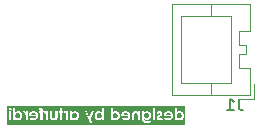
<source format=gbr>
%TF.GenerationSoftware,KiCad,Pcbnew,8.0.2*%
%TF.CreationDate,2025-07-12T13:28:42+07:00*%
%TF.ProjectId,Li-Ion Charger Controller,4c692d49-6f6e-4204-9368-617267657220,rev?*%
%TF.SameCoordinates,Original*%
%TF.FileFunction,Legend,Bot*%
%TF.FilePolarity,Positive*%
%FSLAX46Y46*%
G04 Gerber Fmt 4.6, Leading zero omitted, Abs format (unit mm)*
G04 Created by KiCad (PCBNEW 8.0.2) date 2025-07-12 13:28:42*
%MOMM*%
%LPD*%
G01*
G04 APERTURE LIST*
%ADD10C,0.200000*%
%ADD11C,0.150000*%
%ADD12C,0.120000*%
G04 APERTURE END LIST*
D10*
G36*
X160179005Y-98091821D02*
G01*
X160225321Y-98109280D01*
X160265673Y-98138380D01*
X160273028Y-98145596D01*
X160303425Y-98185696D01*
X160322564Y-98231806D01*
X160330444Y-98283927D01*
X160330669Y-98295073D01*
X160325994Y-98344908D01*
X160309832Y-98394071D01*
X160282126Y-98436699D01*
X160271563Y-98448213D01*
X160231663Y-98479769D01*
X160185849Y-98499638D01*
X160134119Y-98507819D01*
X160123063Y-98508053D01*
X160071548Y-98502352D01*
X160021768Y-98482913D01*
X159982775Y-98453270D01*
X159979204Y-98449678D01*
X159949322Y-98409617D01*
X159930508Y-98362400D01*
X159923038Y-98313786D01*
X159922540Y-98296294D01*
X159927061Y-98246457D01*
X159942688Y-98197608D01*
X159969479Y-98155629D01*
X159979692Y-98144375D01*
X160018504Y-98113592D01*
X160063804Y-98094210D01*
X160115591Y-98086229D01*
X160126727Y-98086001D01*
X160179005Y-98091821D01*
G37*
G36*
X149263369Y-98091964D02*
G01*
X149309207Y-98109853D01*
X149349273Y-98139668D01*
X149356594Y-98147062D01*
X149386991Y-98188564D01*
X149406130Y-98236745D01*
X149413729Y-98285817D01*
X149414235Y-98303377D01*
X149409599Y-98354803D01*
X149393570Y-98405597D01*
X149366093Y-98449714D01*
X149355617Y-98461646D01*
X149316204Y-98494362D01*
X149271544Y-98514960D01*
X149221637Y-98523442D01*
X149211025Y-98523684D01*
X149158570Y-98517721D01*
X149112031Y-98499832D01*
X149071406Y-98470017D01*
X149063991Y-98462623D01*
X149033208Y-98420787D01*
X149013826Y-98371605D01*
X149006130Y-98321059D01*
X149005617Y-98302889D01*
X149010235Y-98251283D01*
X149026196Y-98200831D01*
X149053559Y-98157631D01*
X149063991Y-98146085D01*
X149103504Y-98114400D01*
X149149075Y-98094450D01*
X149200705Y-98086236D01*
X149211758Y-98086001D01*
X149263369Y-98091964D01*
G37*
G36*
X150601097Y-98075564D02*
G01*
X150648159Y-98091149D01*
X150686985Y-98114333D01*
X150722705Y-98152191D01*
X150747652Y-98194368D01*
X150755617Y-98211053D01*
X150349685Y-98211053D01*
X150370733Y-98164120D01*
X150403713Y-98124927D01*
X150422958Y-98109448D01*
X150466281Y-98085635D01*
X150514549Y-98072812D01*
X150549476Y-98070369D01*
X150601097Y-98075564D01*
G37*
G36*
X154076907Y-98091964D02*
G01*
X154122745Y-98109853D01*
X154162811Y-98139668D01*
X154170132Y-98147062D01*
X154200529Y-98188564D01*
X154219668Y-98236745D01*
X154227267Y-98285817D01*
X154227773Y-98303377D01*
X154223137Y-98354803D01*
X154207108Y-98405597D01*
X154179631Y-98449714D01*
X154169155Y-98461646D01*
X154129742Y-98494362D01*
X154085082Y-98514960D01*
X154035175Y-98523442D01*
X154024563Y-98523684D01*
X153972108Y-98517721D01*
X153925569Y-98499832D01*
X153884944Y-98470017D01*
X153877529Y-98462623D01*
X153846746Y-98420787D01*
X153827364Y-98371605D01*
X153819668Y-98321059D01*
X153819155Y-98302889D01*
X153823773Y-98251283D01*
X153839734Y-98200831D01*
X153867097Y-98157631D01*
X153877529Y-98146085D01*
X153917042Y-98114400D01*
X153962613Y-98094450D01*
X154014243Y-98086236D01*
X154025296Y-98086001D01*
X154076907Y-98091964D01*
G37*
G36*
X156177263Y-98091868D02*
G01*
X156223802Y-98109471D01*
X156264427Y-98138809D01*
X156271842Y-98146085D01*
X156302625Y-98187110D01*
X156322007Y-98235386D01*
X156329703Y-98285034D01*
X156330216Y-98302889D01*
X156325598Y-98355417D01*
X156309637Y-98406804D01*
X156282274Y-98450844D01*
X156271842Y-98462623D01*
X156232400Y-98494823D01*
X156187044Y-98515097D01*
X156135772Y-98523446D01*
X156124808Y-98523684D01*
X156073874Y-98517626D01*
X156028236Y-98499451D01*
X155987893Y-98469159D01*
X155980460Y-98461646D01*
X155949419Y-98419534D01*
X155929875Y-98370742D01*
X155922115Y-98321120D01*
X155921598Y-98303377D01*
X155926157Y-98252501D01*
X155941918Y-98202317D01*
X155968938Y-98158811D01*
X155979239Y-98147062D01*
X156018222Y-98114862D01*
X156063121Y-98094588D01*
X156113935Y-98086239D01*
X156124808Y-98086001D01*
X156177263Y-98091868D01*
G37*
G36*
X157520731Y-98091964D02*
G01*
X157566569Y-98109853D01*
X157606636Y-98139668D01*
X157613956Y-98147062D01*
X157644353Y-98188564D01*
X157663492Y-98236745D01*
X157671091Y-98285817D01*
X157671598Y-98303377D01*
X157666961Y-98354803D01*
X157650932Y-98405597D01*
X157623455Y-98449714D01*
X157612979Y-98461646D01*
X157573566Y-98494362D01*
X157528906Y-98514960D01*
X157478999Y-98523442D01*
X157468387Y-98523684D01*
X157415933Y-98517721D01*
X157369393Y-98499832D01*
X157328768Y-98470017D01*
X157321353Y-98462623D01*
X157290570Y-98420787D01*
X157271188Y-98371605D01*
X157263492Y-98321059D01*
X157262979Y-98302889D01*
X157267597Y-98251283D01*
X157283558Y-98200831D01*
X157310921Y-98157631D01*
X157321353Y-98146085D01*
X157360866Y-98114400D01*
X157406438Y-98094450D01*
X157458067Y-98086236D01*
X157469120Y-98086001D01*
X157520731Y-98091964D01*
G37*
G36*
X158411007Y-98075564D02*
G01*
X158458068Y-98091149D01*
X158496894Y-98114333D01*
X158532615Y-98152191D01*
X158557562Y-98194368D01*
X158565526Y-98211053D01*
X158159595Y-98211053D01*
X158180643Y-98164120D01*
X158213622Y-98124927D01*
X158232868Y-98109448D01*
X158276190Y-98085635D01*
X158324459Y-98072812D01*
X158359385Y-98070369D01*
X158411007Y-98075564D01*
G37*
G36*
X162021893Y-98075564D02*
G01*
X162068954Y-98091149D01*
X162107780Y-98114333D01*
X162143501Y-98152191D01*
X162168448Y-98194368D01*
X162176413Y-98211053D01*
X161770481Y-98211053D01*
X161791529Y-98164120D01*
X161824508Y-98124927D01*
X161843754Y-98109448D01*
X161887076Y-98085635D01*
X161935345Y-98072812D01*
X161970272Y-98070369D01*
X162021893Y-98075564D01*
G37*
G36*
X162951715Y-98091964D02*
G01*
X162997553Y-98109853D01*
X163037620Y-98139668D01*
X163044940Y-98147062D01*
X163075337Y-98188564D01*
X163094476Y-98236745D01*
X163102075Y-98285817D01*
X163102581Y-98303377D01*
X163097945Y-98354803D01*
X163081916Y-98405597D01*
X163054439Y-98449714D01*
X163043963Y-98461646D01*
X163004550Y-98494362D01*
X162959890Y-98514960D01*
X162909983Y-98523442D01*
X162899371Y-98523684D01*
X162846916Y-98517721D01*
X162800377Y-98499832D01*
X162759752Y-98470017D01*
X162752337Y-98462623D01*
X162721554Y-98420787D01*
X162702172Y-98371605D01*
X162694476Y-98321059D01*
X162693963Y-98302889D01*
X162698581Y-98251283D01*
X162714542Y-98200831D01*
X162741905Y-98157631D01*
X162752337Y-98146085D01*
X162791850Y-98114400D01*
X162837422Y-98094450D01*
X162889051Y-98086236D01*
X162900104Y-98086001D01*
X162951715Y-98091964D01*
G37*
G36*
X163400538Y-99072478D02*
G01*
X148337877Y-99072478D01*
X148337877Y-98680000D01*
X148475122Y-98680000D01*
X148663189Y-98680000D01*
X148663189Y-98302889D01*
X148827808Y-98302889D01*
X148827808Y-98680000D01*
X149014654Y-98680000D01*
X149014654Y-98598911D01*
X149052493Y-98630797D01*
X149093904Y-98657879D01*
X149125052Y-98672916D01*
X149175127Y-98688444D01*
X149224807Y-98695076D01*
X149244731Y-98695631D01*
X149297670Y-98691707D01*
X149347862Y-98679935D01*
X149395307Y-98660314D01*
X149440003Y-98632845D01*
X149481952Y-98597528D01*
X149495324Y-98584012D01*
X149531265Y-98540166D01*
X149559770Y-98492524D01*
X149580839Y-98441087D01*
X149594471Y-98385855D01*
X149600152Y-98336929D01*
X149601081Y-98306308D01*
X149598583Y-98254019D01*
X149591087Y-98204771D01*
X149575497Y-98149687D01*
X149552711Y-98098983D01*
X149522729Y-98052658D01*
X149498743Y-98024207D01*
X149458821Y-97986772D01*
X149415808Y-97957083D01*
X149369703Y-97935138D01*
X149360119Y-97932372D01*
X149657013Y-97932372D01*
X149715387Y-98086978D01*
X149762682Y-98070775D01*
X149769609Y-98070369D01*
X149816414Y-98089485D01*
X149842882Y-98124591D01*
X149859846Y-98174192D01*
X149867761Y-98225747D01*
X149871632Y-98281551D01*
X149872679Y-98337327D01*
X149872191Y-98374207D01*
X149872191Y-98680000D01*
X150058304Y-98680000D01*
X150058304Y-98316810D01*
X150160642Y-98316810D01*
X150161374Y-98351737D01*
X150763921Y-98351737D01*
X150751561Y-98402036D01*
X150728103Y-98449430D01*
X150694312Y-98488513D01*
X150651661Y-98517437D01*
X150601622Y-98534354D01*
X150549720Y-98539316D01*
X150498948Y-98534354D01*
X150451901Y-98519471D01*
X150408579Y-98494665D01*
X150368981Y-98459937D01*
X150210956Y-98533210D01*
X150241974Y-98572029D01*
X150280374Y-98609241D01*
X150322483Y-98639615D01*
X150352616Y-98656064D01*
X150401369Y-98675190D01*
X150448825Y-98686937D01*
X150500158Y-98693738D01*
X150548255Y-98695631D01*
X150601617Y-98692942D01*
X150651796Y-98684874D01*
X150698790Y-98671427D01*
X150750980Y-98648192D01*
X150798584Y-98617211D01*
X150834752Y-98585478D01*
X150872270Y-98542121D01*
X150902025Y-98494848D01*
X150924019Y-98443660D01*
X150938250Y-98388557D01*
X150944179Y-98339646D01*
X150945150Y-98308995D01*
X150942460Y-98257209D01*
X150934392Y-98208249D01*
X150917611Y-98153229D01*
X150893085Y-98102278D01*
X150860813Y-98055398D01*
X150834996Y-98026406D01*
X150791639Y-97988224D01*
X150744367Y-97957941D01*
X150693179Y-97935559D01*
X150638075Y-97921076D01*
X150589165Y-97915041D01*
X150558513Y-97914054D01*
X150504939Y-97916755D01*
X150454586Y-97924859D01*
X150407452Y-97938365D01*
X150355142Y-97961703D01*
X150307469Y-97992822D01*
X150271284Y-98024696D01*
X150233683Y-98068677D01*
X150203861Y-98117638D01*
X150181819Y-98171579D01*
X150171759Y-98211053D01*
X150169393Y-98220335D01*
X150162370Y-98272549D01*
X150160642Y-98316810D01*
X150058304Y-98316810D01*
X150058304Y-97929685D01*
X149897592Y-97929685D01*
X149897592Y-98022009D01*
X149871452Y-97980542D01*
X149833564Y-97945173D01*
X149828227Y-97941653D01*
X149782737Y-97920954D01*
X149733217Y-97914054D01*
X149683979Y-97921943D01*
X149657013Y-97932372D01*
X149360119Y-97932372D01*
X149320507Y-97920939D01*
X149268220Y-97914484D01*
X149250104Y-97914054D01*
X149200863Y-97917592D01*
X149150076Y-97929409D01*
X149123831Y-97939211D01*
X149077298Y-97963843D01*
X149036992Y-97994022D01*
X149014654Y-98014926D01*
X149014654Y-97659064D01*
X151010607Y-97659064D01*
X151010607Y-97799993D01*
X151059544Y-97790075D01*
X151077285Y-97789002D01*
X151125401Y-97801946D01*
X151136392Y-97842002D01*
X151137124Y-97929685D01*
X151018178Y-97929685D01*
X151018178Y-98086001D01*
X151137124Y-98086001D01*
X151137124Y-98680000D01*
X151324703Y-98680000D01*
X151324703Y-98086001D01*
X151391137Y-98086001D01*
X151391137Y-97932372D01*
X151392114Y-97932372D01*
X151450488Y-98086978D01*
X151497783Y-98070775D01*
X151504710Y-98070369D01*
X151551515Y-98089485D01*
X151577983Y-98124591D01*
X151594948Y-98174192D01*
X151602863Y-98225747D01*
X151606733Y-98281551D01*
X151607780Y-98337327D01*
X151607292Y-98374207D01*
X151607292Y-98680000D01*
X151793405Y-98680000D01*
X151793405Y-98245980D01*
X151933600Y-98245980D01*
X151934358Y-98304100D01*
X151936630Y-98356185D01*
X151941355Y-98410722D01*
X151949625Y-98463365D01*
X151964619Y-98513670D01*
X151988617Y-98559903D01*
X152018294Y-98599683D01*
X152057931Y-98636314D01*
X152075750Y-98648736D01*
X152120252Y-98671405D01*
X152171053Y-98686655D01*
X152221497Y-98693982D01*
X152262595Y-98695631D01*
X152314195Y-98693001D01*
X152367643Y-98683556D01*
X152415197Y-98667241D01*
X152461653Y-98640676D01*
X152500708Y-98606364D01*
X152532691Y-98565251D01*
X152557603Y-98517338D01*
X152568387Y-98487780D01*
X152579979Y-98434362D01*
X152585539Y-98384083D01*
X152588631Y-98332540D01*
X152590026Y-98283632D01*
X152590369Y-98240607D01*
X152590369Y-97929685D01*
X152687822Y-97929685D01*
X152687822Y-98086001D01*
X152799197Y-98086001D01*
X152799197Y-98680000D01*
X152986043Y-98680000D01*
X152986043Y-98086001D01*
X153082274Y-98086001D01*
X153082274Y-97932372D01*
X153098883Y-97932372D01*
X153157257Y-98086978D01*
X153204552Y-98070775D01*
X153211479Y-98070369D01*
X153258284Y-98089485D01*
X153284752Y-98124591D01*
X153301717Y-98174192D01*
X153309632Y-98225747D01*
X153313502Y-98281551D01*
X153314549Y-98337327D01*
X153314061Y-98374207D01*
X153314061Y-98680000D01*
X153500174Y-98680000D01*
X153500174Y-97929685D01*
X153641346Y-97929685D01*
X153641346Y-98302889D01*
X153641346Y-98680000D01*
X153828192Y-98680000D01*
X153828192Y-98598911D01*
X153866031Y-98630797D01*
X153907442Y-98657879D01*
X153938590Y-98672916D01*
X153988665Y-98688444D01*
X154038345Y-98695076D01*
X154058269Y-98695631D01*
X154111209Y-98691707D01*
X154161400Y-98679935D01*
X154208845Y-98660314D01*
X154253541Y-98632845D01*
X154295490Y-98597528D01*
X154308862Y-98584012D01*
X154344803Y-98540166D01*
X154373308Y-98492524D01*
X154394377Y-98441087D01*
X154408009Y-98385855D01*
X154413690Y-98336929D01*
X154414619Y-98306308D01*
X154412121Y-98254019D01*
X154404625Y-98204771D01*
X154389035Y-98149687D01*
X154366249Y-98098983D01*
X154336267Y-98052658D01*
X154312281Y-98024207D01*
X154272359Y-97986772D01*
X154229346Y-97957083D01*
X154183241Y-97935138D01*
X154164348Y-97929685D01*
X154874528Y-97929685D01*
X155342986Y-98945736D01*
X155536671Y-98945736D01*
X155382798Y-98610879D01*
X155509911Y-98306308D01*
X155734752Y-98306308D01*
X155737334Y-98356815D01*
X155747248Y-98413945D01*
X155764599Y-98467280D01*
X155789386Y-98516819D01*
X155821609Y-98562563D01*
X155840509Y-98584012D01*
X155881550Y-98621945D01*
X155925357Y-98652030D01*
X155971928Y-98674266D01*
X156021264Y-98688655D01*
X156073365Y-98695195D01*
X156091346Y-98695631D01*
X156142285Y-98691882D01*
X156190322Y-98680636D01*
X156211514Y-98672916D01*
X156256639Y-98649745D01*
X156298078Y-98619983D01*
X156322156Y-98598911D01*
X156322156Y-98680000D01*
X156508269Y-98680000D01*
X156508269Y-98302889D01*
X157085170Y-98302889D01*
X157085170Y-98680000D01*
X157272016Y-98680000D01*
X157272016Y-98598911D01*
X157309855Y-98630797D01*
X157351266Y-98657879D01*
X157382414Y-98672916D01*
X157432490Y-98688444D01*
X157482170Y-98695076D01*
X157502093Y-98695631D01*
X157555033Y-98691707D01*
X157605225Y-98679935D01*
X157652669Y-98660314D01*
X157697365Y-98632845D01*
X157739314Y-98597528D01*
X157752686Y-98584012D01*
X157788627Y-98540166D01*
X157817132Y-98492524D01*
X157838201Y-98441087D01*
X157851834Y-98385855D01*
X157857514Y-98336929D01*
X157858124Y-98316810D01*
X157970551Y-98316810D01*
X157971284Y-98351737D01*
X158573831Y-98351737D01*
X158561471Y-98402036D01*
X158538012Y-98449430D01*
X158504221Y-98488513D01*
X158461571Y-98517437D01*
X158411531Y-98534354D01*
X158359630Y-98539316D01*
X158308858Y-98534354D01*
X158261810Y-98519471D01*
X158218488Y-98494665D01*
X158178890Y-98459937D01*
X158020865Y-98533210D01*
X158051884Y-98572029D01*
X158090283Y-98609241D01*
X158132392Y-98639615D01*
X158162526Y-98656064D01*
X158211279Y-98675190D01*
X158258734Y-98686937D01*
X158310067Y-98693738D01*
X158358164Y-98695631D01*
X158411527Y-98692942D01*
X158461705Y-98684874D01*
X158508699Y-98671427D01*
X158560889Y-98648192D01*
X158608493Y-98617211D01*
X158644661Y-98585478D01*
X158682179Y-98542121D01*
X158711935Y-98494848D01*
X158733928Y-98443660D01*
X158748159Y-98388557D01*
X158754089Y-98339646D01*
X158755059Y-98308995D01*
X158752370Y-98257209D01*
X158744302Y-98208249D01*
X158737708Y-98186629D01*
X158897452Y-98186629D01*
X158897452Y-98680000D01*
X159082833Y-98680000D01*
X159082833Y-98353203D01*
X159083405Y-98299053D01*
X159085462Y-98247701D01*
X159090733Y-98195437D01*
X159094801Y-98175882D01*
X159115384Y-98131080D01*
X159136810Y-98108960D01*
X159182021Y-98088714D01*
X159210572Y-98086001D01*
X159260611Y-98094373D01*
X159303565Y-98119489D01*
X159308757Y-98124103D01*
X159339632Y-98162838D01*
X159359678Y-98208853D01*
X159365177Y-98229127D01*
X159371138Y-98279796D01*
X159373084Y-98333491D01*
X159373482Y-98380558D01*
X159373482Y-98680000D01*
X159560327Y-98680000D01*
X159560327Y-97929685D01*
X159745464Y-97929685D01*
X159745464Y-98296294D01*
X159745464Y-98564717D01*
X159747324Y-98621061D01*
X159752905Y-98672551D01*
X159764515Y-98727932D01*
X159781482Y-98776324D01*
X159808049Y-98823947D01*
X159821667Y-98841444D01*
X159863693Y-98882199D01*
X159904290Y-98909721D01*
X159949956Y-98931386D01*
X160000690Y-98947197D01*
X160056493Y-98957151D01*
X160117364Y-98961250D01*
X160130146Y-98961367D01*
X160182918Y-98959673D01*
X160237067Y-98953716D01*
X160285692Y-98943470D01*
X160315038Y-98934256D01*
X160363679Y-98912616D01*
X160406836Y-98884973D01*
X160441311Y-98854633D01*
X160473567Y-98815847D01*
X160499474Y-98771693D01*
X160517515Y-98726894D01*
X160310886Y-98726894D01*
X160272601Y-98758304D01*
X160240055Y-98773545D01*
X160189642Y-98785932D01*
X160137718Y-98789420D01*
X160085270Y-98786260D01*
X160034587Y-98774586D01*
X160016329Y-98766950D01*
X159975002Y-98739353D01*
X159951360Y-98708820D01*
X159937072Y-98660277D01*
X159932607Y-98606959D01*
X159932309Y-98585966D01*
X159970033Y-98619568D01*
X160012529Y-98647057D01*
X160036113Y-98658018D01*
X160086315Y-98673044D01*
X160137871Y-98679463D01*
X160158967Y-98680000D01*
X160652093Y-98680000D01*
X160840160Y-98680000D01*
X160840160Y-98465310D01*
X160963747Y-98465310D01*
X160969543Y-98518107D01*
X160986931Y-98565765D01*
X161015911Y-98608284D01*
X161037020Y-98629685D01*
X161076663Y-98658537D01*
X161122566Y-98679145D01*
X161174727Y-98691509D01*
X161225502Y-98695567D01*
X161233147Y-98695631D01*
X161282605Y-98692554D01*
X161337720Y-98680739D01*
X161388215Y-98660062D01*
X161434091Y-98630524D01*
X161475347Y-98592125D01*
X161494242Y-98569602D01*
X161378715Y-98445526D01*
X161340511Y-98478914D01*
X161301535Y-98502191D01*
X161254772Y-98519570D01*
X161222889Y-98523684D01*
X161173676Y-98512951D01*
X161163049Y-98506099D01*
X161140334Y-98465310D01*
X161163427Y-98420638D01*
X161207533Y-98389686D01*
X161222156Y-98382023D01*
X161285170Y-98351004D01*
X161337450Y-98321731D01*
X161344235Y-98316810D01*
X161581437Y-98316810D01*
X161582170Y-98351737D01*
X162184717Y-98351737D01*
X162172357Y-98402036D01*
X162148898Y-98449430D01*
X162115108Y-98488513D01*
X162072457Y-98517437D01*
X162022418Y-98534354D01*
X161970516Y-98539316D01*
X161919744Y-98534354D01*
X161872697Y-98519471D01*
X161829374Y-98494665D01*
X161789776Y-98459937D01*
X161631751Y-98533210D01*
X161662770Y-98572029D01*
X161701169Y-98609241D01*
X161743278Y-98639615D01*
X161773412Y-98656064D01*
X161822165Y-98675190D01*
X161869620Y-98686937D01*
X161920953Y-98693738D01*
X161969050Y-98695631D01*
X162022413Y-98692942D01*
X162072591Y-98684874D01*
X162119585Y-98671427D01*
X162171775Y-98648192D01*
X162219380Y-98617211D01*
X162255547Y-98585478D01*
X162293065Y-98542121D01*
X162322821Y-98494848D01*
X162344814Y-98443660D01*
X162359045Y-98388557D01*
X162364975Y-98339646D01*
X162365945Y-98308995D01*
X162365628Y-98302889D01*
X162516154Y-98302889D01*
X162516154Y-98680000D01*
X162703000Y-98680000D01*
X162703000Y-98598911D01*
X162740839Y-98630797D01*
X162782250Y-98657879D01*
X162813398Y-98672916D01*
X162863473Y-98688444D01*
X162913154Y-98695076D01*
X162933077Y-98695631D01*
X162986017Y-98691707D01*
X163036209Y-98679935D01*
X163083653Y-98660314D01*
X163128349Y-98632845D01*
X163170298Y-98597528D01*
X163183670Y-98584012D01*
X163219611Y-98540166D01*
X163248116Y-98492524D01*
X163269185Y-98441087D01*
X163282817Y-98385855D01*
X163288498Y-98336929D01*
X163289427Y-98306308D01*
X163286929Y-98254019D01*
X163279433Y-98204771D01*
X163263843Y-98149687D01*
X163241057Y-98098983D01*
X163211075Y-98052658D01*
X163187090Y-98024207D01*
X163147167Y-97986772D01*
X163104154Y-97957083D01*
X163058049Y-97935138D01*
X163008853Y-97920939D01*
X162956566Y-97914484D01*
X162938450Y-97914054D01*
X162889209Y-97917592D01*
X162838422Y-97929409D01*
X162812177Y-97939211D01*
X162765644Y-97963843D01*
X162725338Y-97994022D01*
X162703000Y-98014926D01*
X162703000Y-97648318D01*
X162516154Y-97648318D01*
X162516154Y-98302889D01*
X162365628Y-98302889D01*
X162363256Y-98257209D01*
X162355188Y-98208249D01*
X162338407Y-98153229D01*
X162313880Y-98102278D01*
X162281609Y-98055398D01*
X162255792Y-98026406D01*
X162212435Y-97988224D01*
X162165162Y-97957941D01*
X162113974Y-97935559D01*
X162058871Y-97921076D01*
X162009960Y-97915041D01*
X161979309Y-97914054D01*
X161925735Y-97916755D01*
X161875381Y-97924859D01*
X161828248Y-97938365D01*
X161775938Y-97961703D01*
X161728265Y-97992822D01*
X161692079Y-98024696D01*
X161654478Y-98068677D01*
X161624657Y-98117638D01*
X161602615Y-98171579D01*
X161592555Y-98211053D01*
X161590189Y-98220335D01*
X161583166Y-98272549D01*
X161581437Y-98316810D01*
X161344235Y-98316810D01*
X161380869Y-98290239D01*
X161421275Y-98249521D01*
X161448921Y-98205609D01*
X161463807Y-98158503D01*
X161466643Y-98125324D01*
X161459964Y-98073284D01*
X161439929Y-98026158D01*
X161406536Y-97983945D01*
X161398255Y-97976092D01*
X161356792Y-97946103D01*
X161309340Y-97925928D01*
X161255899Y-97915569D01*
X161223621Y-97914054D01*
X161174592Y-97918008D01*
X161123410Y-97931340D01*
X161086601Y-97947515D01*
X161044748Y-97973786D01*
X161007512Y-98006926D01*
X160977669Y-98043014D01*
X161093684Y-98164159D01*
X161132483Y-98126377D01*
X161173146Y-98098900D01*
X161222156Y-98086001D01*
X161270609Y-98098608D01*
X161271737Y-98099434D01*
X161289567Y-98132163D01*
X161278332Y-98159762D01*
X161235312Y-98187390D01*
X161222156Y-98193956D01*
X161153524Y-98228150D01*
X161109233Y-98251432D01*
X161066602Y-98278268D01*
X161025290Y-98312156D01*
X161004291Y-98336106D01*
X160979585Y-98380035D01*
X160966281Y-98429391D01*
X160963747Y-98465310D01*
X160840160Y-98465310D01*
X160840160Y-97929685D01*
X160652093Y-97929685D01*
X160652093Y-98680000D01*
X160158967Y-98680000D01*
X160213747Y-98676187D01*
X160265247Y-98664750D01*
X160313467Y-98645687D01*
X160358406Y-98619000D01*
X160400066Y-98584688D01*
X160413224Y-98571556D01*
X160448417Y-98528863D01*
X160476330Y-98482117D01*
X160496961Y-98431318D01*
X160510310Y-98376467D01*
X160515872Y-98327661D01*
X160516782Y-98297027D01*
X160514099Y-98243173D01*
X160506049Y-98192742D01*
X160492632Y-98145733D01*
X160469448Y-98093841D01*
X160438537Y-98046878D01*
X160406873Y-98011507D01*
X160368156Y-97978388D01*
X160326742Y-97952121D01*
X160275019Y-97930137D01*
X160219626Y-97917480D01*
X160169225Y-97914054D01*
X160118004Y-97917843D01*
X160069121Y-97929210D01*
X160047348Y-97937013D01*
X160000672Y-97960386D01*
X159957516Y-97990691D01*
X159932309Y-98012240D01*
X159932309Y-97929685D01*
X159745464Y-97929685D01*
X159560327Y-97929685D01*
X159373482Y-97929685D01*
X159373482Y-98008087D01*
X159334680Y-97978263D01*
X159291265Y-97950786D01*
X159257711Y-97934815D01*
X159208631Y-97919913D01*
X159158477Y-97914135D01*
X159151709Y-97914054D01*
X159098128Y-97918908D01*
X159048761Y-97933471D01*
X159003606Y-97957743D01*
X158962665Y-97991723D01*
X158931141Y-98033703D01*
X158911781Y-98079453D01*
X158900573Y-98133141D01*
X158897452Y-98186629D01*
X158737708Y-98186629D01*
X158727520Y-98153229D01*
X158702994Y-98102278D01*
X158670723Y-98055398D01*
X158644905Y-98026406D01*
X158601548Y-97988224D01*
X158554276Y-97957941D01*
X158503088Y-97935559D01*
X158447984Y-97921076D01*
X158399074Y-97915041D01*
X158368422Y-97914054D01*
X158314849Y-97916755D01*
X158264495Y-97924859D01*
X158217362Y-97938365D01*
X158165052Y-97961703D01*
X158117378Y-97992822D01*
X158081193Y-98024696D01*
X158043592Y-98068677D01*
X158013770Y-98117638D01*
X157991728Y-98171579D01*
X157981668Y-98211053D01*
X157979303Y-98220335D01*
X157972280Y-98272549D01*
X157970551Y-98316810D01*
X157858124Y-98316810D01*
X157858443Y-98306308D01*
X157855945Y-98254019D01*
X157848449Y-98204771D01*
X157832859Y-98149687D01*
X157810073Y-98098983D01*
X157780091Y-98052658D01*
X157756106Y-98024207D01*
X157716183Y-97986772D01*
X157673170Y-97957083D01*
X157627065Y-97935138D01*
X157577869Y-97920939D01*
X157525582Y-97914484D01*
X157507466Y-97914054D01*
X157458225Y-97917592D01*
X157407438Y-97929409D01*
X157381193Y-97939211D01*
X157334660Y-97963843D01*
X157294354Y-97994022D01*
X157272016Y-98014926D01*
X157272016Y-97750655D01*
X160625959Y-97750655D01*
X160637087Y-97800578D01*
X160661130Y-97833210D01*
X160704750Y-97860661D01*
X160744661Y-97867159D01*
X160793724Y-97857371D01*
X160830146Y-97832477D01*
X160857780Y-97791231D01*
X160865561Y-97747969D01*
X160854510Y-97698793D01*
X160830635Y-97666636D01*
X160789267Y-97640146D01*
X160746127Y-97632686D01*
X160697635Y-97642406D01*
X160661374Y-97667124D01*
X160633741Y-97707851D01*
X160625959Y-97750655D01*
X157272016Y-97750655D01*
X157272016Y-97648318D01*
X157085170Y-97648318D01*
X157085170Y-98302889D01*
X156508269Y-98302889D01*
X156508269Y-97648318D01*
X156322156Y-97648318D01*
X156322156Y-98014926D01*
X156282886Y-97980580D01*
X156241281Y-97953377D01*
X156212247Y-97939211D01*
X156162852Y-97922923D01*
X156110716Y-97914938D01*
X156085729Y-97914054D01*
X156032411Y-97917927D01*
X155982185Y-97929544D01*
X155935050Y-97948907D01*
X155891006Y-97976015D01*
X155850053Y-98010869D01*
X155837090Y-98024207D01*
X155802311Y-98067613D01*
X155774727Y-98115398D01*
X155754340Y-98167562D01*
X155741148Y-98224105D01*
X155735651Y-98274569D01*
X155734835Y-98303377D01*
X155734752Y-98306308D01*
X155509911Y-98306308D01*
X155667096Y-97929685D01*
X155475366Y-97929685D01*
X155281193Y-98394724D01*
X155066748Y-97929685D01*
X154874528Y-97929685D01*
X154164348Y-97929685D01*
X154134045Y-97920939D01*
X154081758Y-97914484D01*
X154063642Y-97914054D01*
X154014401Y-97917557D01*
X153963614Y-97929259D01*
X153937369Y-97938967D01*
X153890836Y-97963162D01*
X153850530Y-97992866D01*
X153828192Y-98013461D01*
X153828192Y-97929685D01*
X153641346Y-97929685D01*
X153500174Y-97929685D01*
X153339462Y-97929685D01*
X153339462Y-98022009D01*
X153313322Y-97980542D01*
X153275434Y-97945173D01*
X153270097Y-97941653D01*
X153224607Y-97920954D01*
X153175087Y-97914054D01*
X153125849Y-97921943D01*
X153098883Y-97932372D01*
X153082274Y-97932372D01*
X153082274Y-97929685D01*
X152986043Y-97929685D01*
X152986043Y-97648318D01*
X152799197Y-97648318D01*
X152799197Y-97929685D01*
X152687822Y-97929685D01*
X152590369Y-97929685D01*
X152400593Y-97929685D01*
X152400593Y-98290676D01*
X152399453Y-98344927D01*
X152394964Y-98397380D01*
X152386182Y-98437222D01*
X152361396Y-98481358D01*
X152340020Y-98500969D01*
X152294206Y-98520490D01*
X152261130Y-98523684D01*
X152210727Y-98515849D01*
X152181995Y-98501458D01*
X152147763Y-98465165D01*
X152133635Y-98435512D01*
X152124842Y-98384649D01*
X152122324Y-98334193D01*
X152121912Y-98297027D01*
X152121912Y-97929685D01*
X151933600Y-97929685D01*
X151933600Y-98245980D01*
X151793405Y-98245980D01*
X151793405Y-97929685D01*
X151632693Y-97929685D01*
X151632693Y-98022009D01*
X151606553Y-97980542D01*
X151568665Y-97945173D01*
X151563328Y-97941653D01*
X151517838Y-97920954D01*
X151468318Y-97914054D01*
X151419080Y-97921943D01*
X151392114Y-97932372D01*
X151391137Y-97932372D01*
X151391137Y-97929685D01*
X151324703Y-97929685D01*
X151324308Y-97880550D01*
X151323407Y-97827725D01*
X151321471Y-97778769D01*
X151319818Y-97761891D01*
X151306181Y-97714513D01*
X151276006Y-97674335D01*
X151268039Y-97667613D01*
X151222130Y-97643737D01*
X151171618Y-97633914D01*
X151142498Y-97632686D01*
X151092570Y-97637040D01*
X151042046Y-97648786D01*
X151010607Y-97659064D01*
X149014654Y-97659064D01*
X149014654Y-97648318D01*
X148827808Y-97648318D01*
X148827808Y-98302889D01*
X148663189Y-98302889D01*
X148663189Y-97929685D01*
X148475122Y-97929685D01*
X148475122Y-98680000D01*
X148337877Y-98680000D01*
X148337877Y-97750655D01*
X148448988Y-97750655D01*
X148460116Y-97800578D01*
X148484159Y-97833210D01*
X148527779Y-97860661D01*
X148567690Y-97867159D01*
X148616753Y-97857371D01*
X148653175Y-97832477D01*
X148680808Y-97791231D01*
X148688590Y-97747969D01*
X148677539Y-97698793D01*
X148653663Y-97666636D01*
X148612296Y-97640146D01*
X148569155Y-97632686D01*
X148520664Y-97642406D01*
X148484403Y-97667124D01*
X148456769Y-97707851D01*
X148448988Y-97750655D01*
X148337877Y-97750655D01*
X148337877Y-97521575D01*
X163400538Y-97521575D01*
X163400538Y-99072478D01*
G37*
D11*
X167933333Y-96854819D02*
X167933333Y-97569104D01*
X167933333Y-97569104D02*
X167980952Y-97711961D01*
X167980952Y-97711961D02*
X168076190Y-97807200D01*
X168076190Y-97807200D02*
X168219047Y-97854819D01*
X168219047Y-97854819D02*
X168314285Y-97854819D01*
X166933333Y-97854819D02*
X167504761Y-97854819D01*
X167219047Y-97854819D02*
X167219047Y-96854819D01*
X167219047Y-96854819D02*
X167314285Y-96997676D01*
X167314285Y-96997676D02*
X167409523Y-97092914D01*
X167409523Y-97092914D02*
X167504761Y-97140533D01*
D12*
%TO.C,J1*%
X162290000Y-88840000D02*
X162290000Y-96560000D01*
X162290000Y-96560000D02*
X168910000Y-96560000D01*
X163000000Y-89850000D02*
X163000000Y-95550000D01*
X163000000Y-95550000D02*
X167300000Y-95550000D01*
X165600000Y-89850000D02*
X165600000Y-88840000D01*
X165600000Y-95550000D02*
X165600000Y-96560000D01*
X167300000Y-89850000D02*
X163000000Y-89850000D01*
X167300000Y-95550000D02*
X167300000Y-89850000D01*
X167910000Y-91100000D02*
X168910000Y-91100000D01*
X167910000Y-92300000D02*
X167910000Y-91100000D01*
X167910000Y-93100000D02*
X168510000Y-93100000D01*
X167910000Y-94300000D02*
X167910000Y-93100000D01*
X167960000Y-96860000D02*
X169210000Y-96860000D01*
X168510000Y-92300000D02*
X167910000Y-92300000D01*
X168510000Y-93100000D02*
X168510000Y-92300000D01*
X168910000Y-88840000D02*
X162290000Y-88840000D01*
X168910000Y-91100000D02*
X168910000Y-88840000D01*
X168910000Y-94300000D02*
X167910000Y-94300000D01*
X168910000Y-96560000D02*
X168910000Y-94300000D01*
X169210000Y-96860000D02*
X169210000Y-95610000D01*
%TD*%
M02*

</source>
